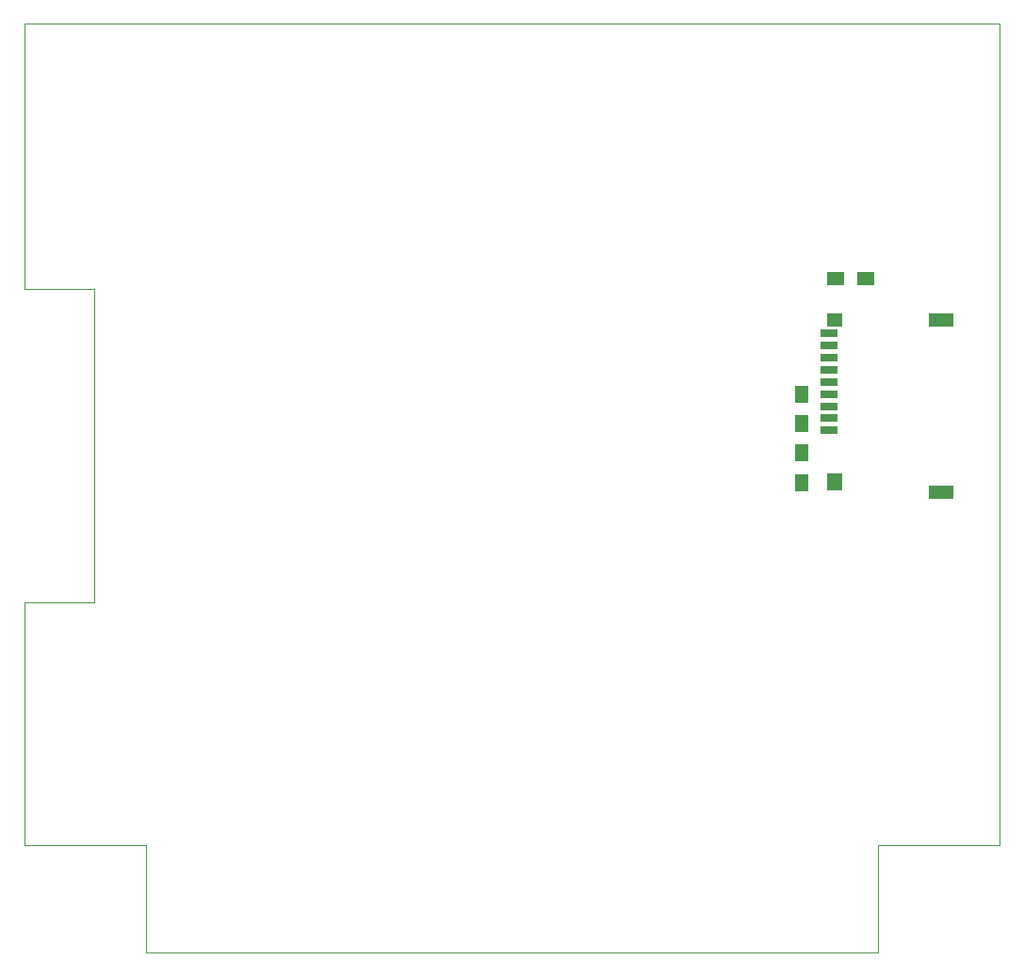
<source format=gbr>
G04 #@! TF.GenerationSoftware,KiCad,Pcbnew,(5.1.5)-3*
G04 #@! TF.CreationDate,2021-08-25T17:47:22+12:00*
G04 #@! TF.ProjectId,PocketTRS,506f636b-6574-4545-9253-2e6b69636164,rev?*
G04 #@! TF.SameCoordinates,Original*
G04 #@! TF.FileFunction,Paste,Bot*
G04 #@! TF.FilePolarity,Positive*
%FSLAX46Y46*%
G04 Gerber Fmt 4.6, Leading zero omitted, Abs format (unit mm)*
G04 Created by KiCad (PCBNEW (5.1.5)-3) date 2021-08-25 17:47:22*
%MOMM*%
%LPD*%
G04 APERTURE LIST*
%ADD10C,0.050000*%
%ADD11R,1.600000X0.700000*%
%ADD12R,1.400000X1.600000*%
%ADD13R,2.200000X1.200000*%
%ADD14R,1.400000X1.200000*%
%ADD15R,1.300000X1.500000*%
%ADD16R,1.500000X1.300000*%
G04 APERTURE END LIST*
D10*
X175260000Y-135890000D02*
X176022000Y-135890000D01*
X241808000Y-145542000D02*
X241300000Y-145542000D01*
X241808000Y-135890000D02*
X252730000Y-135890000D01*
X241808000Y-145542000D02*
X241808000Y-135890000D01*
X176022000Y-145542000D02*
X241300000Y-145542000D01*
X176022000Y-135890000D02*
X176022000Y-145542000D01*
X165100000Y-135890000D02*
X175260000Y-135890000D01*
X165100000Y-135890000D02*
X165100000Y-114046000D01*
X165100000Y-64770000D02*
X165100000Y-85852000D01*
X171323000Y-85852000D02*
X171323000Y-90805000D01*
X171323000Y-85852000D02*
X165100000Y-85852000D01*
X171323000Y-114046000D02*
X171323000Y-90805000D01*
X165100000Y-114046000D02*
X171323000Y-114046000D01*
X252730000Y-64770000D02*
X252730000Y-61976000D01*
X165100000Y-61976000D02*
X165100000Y-64770000D01*
X252730000Y-64770000D02*
X252730000Y-135890000D01*
X165100000Y-61976000D02*
X252730000Y-61976000D01*
D11*
X237404000Y-98593000D03*
X237404000Y-97493000D03*
X237404000Y-96393000D03*
X237404000Y-95293000D03*
X237404000Y-94193000D03*
X237404000Y-93093000D03*
X237404000Y-91993000D03*
X237404000Y-90893000D03*
X237404000Y-89793000D03*
D12*
X237904000Y-103243000D03*
D13*
X247504000Y-104143000D03*
X247504000Y-88643000D03*
D14*
X237904000Y-88643000D03*
D15*
X234950000Y-100567500D03*
X234950000Y-103267500D03*
X234950000Y-97997000D03*
X234950000Y-95297000D03*
D16*
X240681500Y-84899500D03*
X237981500Y-84899500D03*
M02*

</source>
